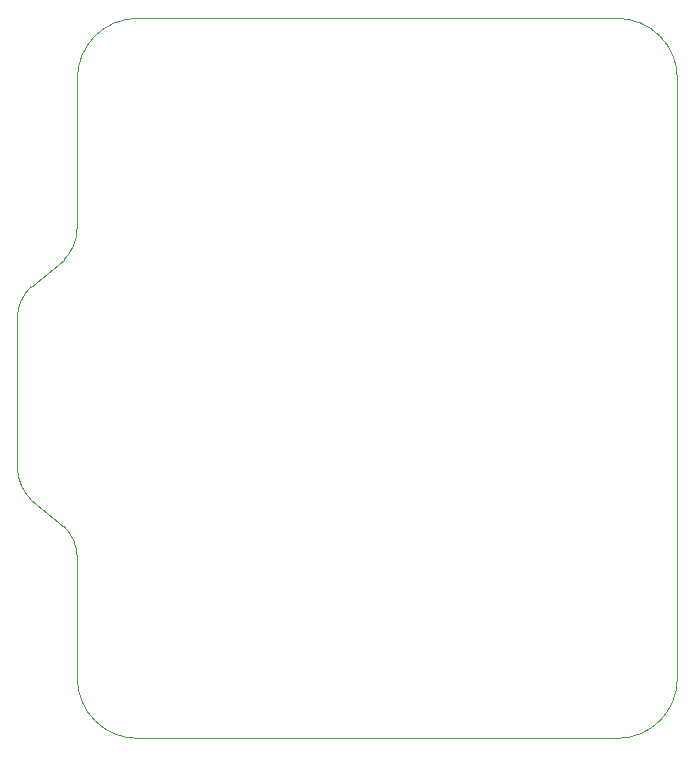
<source format=gm1>
G04 #@! TF.GenerationSoftware,KiCad,Pcbnew,7.0.7*
G04 #@! TF.CreationDate,2024-02-08T13:12:57-05:00*
G04 #@! TF.ProjectId,UMRT_FC_R2,554d5254-5f46-4435-9f52-322e6b696361,rev?*
G04 #@! TF.SameCoordinates,Original*
G04 #@! TF.FileFunction,Profile,NP*
%FSLAX46Y46*%
G04 Gerber Fmt 4.6, Leading zero omitted, Abs format (unit mm)*
G04 Created by KiCad (PCBNEW 7.0.7) date 2024-02-08 13:12:57*
%MOMM*%
%LPD*%
G01*
G04 APERTURE LIST*
G04 #@! TA.AperFunction,Profile*
%ADD10C,0.100000*%
G04 #@! TD*
G04 APERTURE END LIST*
D10*
X127000000Y-144780000D02*
X147320000Y-144780000D01*
X96520000Y-121920000D02*
X96498494Y-115548494D01*
X101600000Y-88900000D02*
X101578494Y-101578494D01*
X127000000Y-83820000D02*
X147320000Y-83820000D01*
X101600000Y-139700000D02*
X101600000Y-129540000D01*
X127000000Y-83820000D02*
X106680000Y-83820000D01*
X100462573Y-104272573D02*
G75*
G03*
X101578494Y-101578494I-2694073J2694073D01*
G01*
X96498494Y-109198494D02*
X96498494Y-115548494D01*
X152400000Y-88900000D02*
G75*
G03*
X147320000Y-83820000I-5080000J0D01*
G01*
X96519992Y-121920000D02*
G75*
G03*
X97678935Y-124571065I3964108J154100D01*
G01*
X106680000Y-83820000D02*
G75*
G03*
X101600000Y-88900000I0J-5080000D01*
G01*
X101600000Y-129540000D02*
G75*
G03*
X100484077Y-126845923I-3810000J0D01*
G01*
X152400000Y-88900000D02*
X152400000Y-139700000D01*
X127000000Y-144780000D02*
X106680000Y-144780000D01*
X101600000Y-139700000D02*
G75*
G03*
X106680000Y-144780000I5080000J0D01*
G01*
X97678935Y-124571065D02*
X100484077Y-126845923D01*
X97657429Y-106547429D02*
X100462571Y-104272571D01*
X147320000Y-144780000D02*
G75*
G03*
X152400000Y-139700000I0J5080000D01*
G01*
X97657437Y-106547437D02*
G75*
G03*
X96498494Y-109198494I2805163J-2805163D01*
G01*
M02*

</source>
